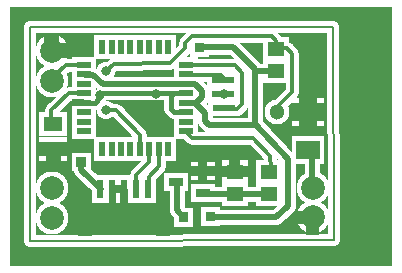
<source format=gbr>
%FSLAX34Y34*%
%MOMM*%
%LNCOPPER_TOP*%
G71*
G01*
%ADD10R, 1.399X2.349*%
%ADD11R, 2.070X1.359*%
%ADD12R, 1.359X2.070*%
%ADD13R, 2.700X1.400*%
%ADD14C, 1.100*%
%ADD15R, 2.400X2.100*%
%ADD16C, 2.799*%
%ADD17R, 2.000X1.600*%
%ADD18R, 2.200X2.100*%
%ADD19C, 2.100*%
%ADD20C, 1.300*%
%ADD21C, 1.000*%
%ADD22R, 2.800X2.400*%
%ADD23C, 1.600*%
%ADD24C, 1.200*%
%ADD25C, 0.599*%
%ADD26C, 1.199*%
%ADD27C, 1.075*%
%ADD28C, 0.559*%
%ADD29C, 0.600*%
%ADD30C, 1.218*%
%ADD31C, 1.073*%
%ADD32C, 0.800*%
%ADD33C, 0.979*%
%ADD34C, 1.259*%
%ADD35C, 1.520*%
%ADD36R, 0.599X1.549*%
%ADD37R, 1.199X1.801*%
%ADD38R, 1.270X0.559*%
%ADD39R, 0.559X1.270*%
%ADD40R, 1.900X0.600*%
%ADD41C, 0.300*%
%ADD42R, 1.600X1.300*%
%ADD43C, 1.999*%
%ADD44R, 1.200X0.800*%
%ADD45R, 1.400X1.300*%
%ADD46C, 1.300*%
%ADD47C, 0.500*%
%ADD48C, 0.800*%
%ADD49C, 0.200*%
%ADD50C, 0.400*%
%LPD*%
G36*
X-17456Y198214D02*
X306544Y198214D01*
X306544Y-21786D01*
X-17456Y-21786D01*
X-17456Y198214D01*
G37*
%LPC*%
X59457Y43854D02*
G54D10*
D03*
X69465Y43853D02*
G54D10*
D03*
X79448Y43853D02*
G54D10*
D03*
X89455Y43853D02*
G54D10*
D03*
X99463Y43853D02*
G54D10*
D03*
X131812Y92904D02*
G54D11*
D03*
X131812Y100905D02*
G54D11*
D03*
X131812Y108906D02*
G54D11*
D03*
X131812Y116907D02*
G54D11*
D03*
X131812Y124908D02*
G54D11*
D03*
X131812Y132909D02*
G54D11*
D03*
X131812Y140910D02*
G54D11*
D03*
X131812Y148911D02*
G54D11*
D03*
X45960Y148911D02*
G54D11*
D03*
X45960Y140910D02*
G54D11*
D03*
X45960Y132909D02*
G54D11*
D03*
X45960Y124908D02*
G54D11*
D03*
X45960Y116907D02*
G54D11*
D03*
X45960Y108906D02*
G54D11*
D03*
X45960Y100905D02*
G54D11*
D03*
X45960Y92904D02*
G54D11*
D03*
X60895Y77969D02*
G54D12*
D03*
X68896Y77969D02*
G54D12*
D03*
X77000Y77961D02*
G54D12*
D03*
X84898Y77969D02*
G54D12*
D03*
X92899Y77969D02*
G54D12*
D03*
X100900Y77969D02*
G54D12*
D03*
X108901Y77969D02*
G54D12*
D03*
X116902Y77969D02*
G54D12*
D03*
X116902Y163821D02*
G54D12*
D03*
X108901Y163821D02*
G54D12*
D03*
X100900Y163821D02*
G54D12*
D03*
X92899Y163821D02*
G54D12*
D03*
X84898Y163821D02*
G54D12*
D03*
X76897Y163821D02*
G54D12*
D03*
X68896Y163821D02*
G54D12*
D03*
X60895Y163821D02*
G54D12*
D03*
X163438Y136537D02*
G54D13*
D03*
X163438Y124631D02*
G54D13*
D03*
X163835Y112725D02*
G54D13*
D03*
G54D14*
X129828Y148911D02*
X173116Y148514D01*
X179262Y142367D01*
X179262Y115849D01*
X175344Y111931D01*
X163835Y111931D01*
X19718Y99130D02*
G54D15*
D03*
X19718Y77748D02*
G54D15*
D03*
X239226Y19777D02*
G54D16*
D03*
X239226Y44780D02*
G54D16*
D03*
X18564Y19380D02*
G54D16*
D03*
X18564Y44780D02*
G54D16*
D03*
G54D14*
X130182Y140667D02*
X161138Y140667D01*
X165503Y136302D01*
X146073Y59074D02*
G54D17*
D03*
X146073Y40074D02*
G54D17*
D03*
X123086Y49574D02*
G54D17*
D03*
X202413Y39464D02*
G54D18*
D03*
X202413Y58464D02*
G54D18*
D03*
X173044Y58464D02*
G54D18*
D03*
X173044Y39464D02*
G54D18*
D03*
G54D14*
X42472Y125189D02*
X32550Y125189D01*
X17866Y110505D01*
X17866Y99392D01*
G36*
X151279Y171687D02*
X151279Y155687D01*
X135279Y155687D01*
X135279Y171687D01*
X151279Y171687D01*
G37*
X18167Y161064D02*
G54D16*
D03*
X18167Y135664D02*
G54D16*
D03*
X209063Y108656D02*
G54D19*
D03*
X208247Y143323D02*
G54D18*
D03*
X208247Y162323D02*
G54D18*
D03*
G54D20*
X130975Y116855D02*
X139310Y116855D01*
X148041Y108123D01*
X148041Y100980D01*
X151216Y97805D01*
X190110Y97805D01*
G54D14*
X45647Y149002D02*
X30169Y149002D01*
X18660Y137492D01*
G36*
X160804Y28415D02*
X160804Y12415D01*
X144804Y12415D01*
X144804Y28415D01*
X160804Y28415D01*
G37*
G54D14*
X132960Y93836D02*
X132960Y91058D01*
X137325Y86692D01*
X188522Y86692D01*
X203206Y72008D01*
X203603Y61689D01*
X203206Y58911D01*
G54D20*
X146453Y39464D02*
X200428Y39464D01*
X201619Y38273D01*
G36*
X51134Y74722D02*
X51134Y58722D01*
X35134Y58722D01*
X35134Y74722D01*
X51134Y74722D01*
G37*
G54D14*
X100813Y77167D02*
X100813Y66848D01*
X89700Y55736D01*
X89700Y43830D01*
G54D14*
X109147Y77167D02*
X109147Y62880D01*
X100416Y54148D01*
X100416Y48989D01*
X99622Y48195D01*
G36*
X137785Y28018D02*
X137785Y12018D01*
X121785Y12018D01*
X121785Y28018D01*
X137785Y28018D01*
G37*
G54D20*
X124228Y48592D02*
X124228Y25970D01*
X130578Y19620D01*
G54D20*
X43266Y66452D02*
X43266Y59705D01*
X59538Y43433D01*
G54D20*
X190110Y98598D02*
X218685Y69626D01*
X218685Y29542D01*
X208366Y20017D01*
X153200Y20017D01*
X152803Y20414D01*
G54D21*
X0Y0D02*
X257175Y397D01*
X256778Y180975D01*
X-397Y180975D01*
X0Y0D01*
X235149Y76814D02*
G54D22*
D03*
X235149Y108783D02*
G54D22*
D03*
G54D20*
X238721Y80782D02*
X238721Y47270D01*
X241211Y44780D01*
G54D20*
X143279Y163687D02*
X171852Y163687D01*
X190110Y145033D01*
X190506Y98995D01*
X190110Y98598D01*
G54D20*
X190506Y143842D02*
X206782Y143842D01*
X208247Y145307D01*
G54D14*
X209063Y108656D02*
X209063Y113186D01*
X221463Y125586D01*
X221463Y158526D01*
X217097Y162892D01*
X208816Y162892D01*
X208247Y162323D01*
G54D14*
X208247Y161926D02*
X208247Y169361D01*
X204397Y173211D01*
X136928Y173211D01*
X130975Y167258D01*
X130975Y162892D01*
X118275Y150192D01*
X70650Y149795D01*
X63903Y143445D01*
X63903Y143842D02*
G54D23*
D03*
G54D24*
X132171Y124958D02*
X121608Y124958D01*
X118950Y122300D01*
X118950Y111172D01*
X121518Y108603D01*
X129828Y108906D01*
G54D24*
X134155Y124958D02*
X62032Y124958D01*
X54825Y116957D01*
X48303Y116957D01*
G54D14*
X92899Y77969D02*
X92899Y89843D01*
X72238Y110505D01*
X64697Y110505D01*
G54D20*
X131812Y116907D02*
X140379Y116907D01*
X145490Y122018D01*
X145490Y127113D01*
X139588Y133015D01*
X61237Y133015D01*
X53585Y140667D01*
X46203Y140667D01*
X45960Y140910D01*
X64300Y110505D02*
G54D23*
D03*
%LPD*%
G54D25*
G36*
X69465Y46850D02*
X76962Y46850D01*
X76962Y40856D01*
X69465Y40856D01*
X69465Y46850D01*
G37*
G36*
X72462Y43853D02*
X72462Y31606D01*
X66468Y31606D01*
X66468Y43853D01*
X72462Y43853D01*
G37*
G54D26*
G36*
X46452Y6845D02*
X39958Y6845D01*
X39958Y18834D01*
X46452Y18834D01*
X46452Y6845D01*
G37*
G36*
X40458Y12840D02*
X40458Y22344D01*
X52447Y22344D01*
X52447Y12840D01*
X40458Y12840D01*
G37*
G36*
X46452Y18834D02*
X52947Y18834D01*
X52947Y6845D01*
X46452Y6845D01*
X46452Y18834D01*
G37*
G54D27*
G36*
X112442Y7465D02*
X105948Y7465D01*
X105948Y18215D01*
X112442Y18215D01*
X112442Y7465D01*
G37*
G36*
X107067Y12840D02*
X107067Y22344D01*
X117817Y22344D01*
X117817Y12840D01*
X107067Y12840D01*
G37*
G36*
X112442Y18215D02*
X118937Y18215D01*
X118937Y7465D01*
X112442Y7465D01*
X112442Y18215D01*
G37*
G54D25*
G36*
X79448Y40856D02*
X71951Y40856D01*
X71951Y46850D01*
X79448Y46850D01*
X79448Y40856D01*
G37*
G36*
X82445Y43853D02*
X82445Y31606D01*
X76451Y31606D01*
X76451Y43853D01*
X82445Y43853D01*
G37*
G54D28*
G36*
X45960Y114113D02*
X35110Y114113D01*
X35110Y119701D01*
X45960Y119701D01*
X45960Y114113D01*
G37*
G54D29*
G54D30*
G36*
X19718Y83837D02*
X32218Y83837D01*
X32218Y71660D01*
X19718Y71660D01*
X19718Y83837D01*
G37*
G36*
X25807Y77748D02*
X25807Y66748D01*
X13630Y66748D01*
X13630Y77748D01*
X25807Y77748D01*
G37*
G36*
X19718Y71660D02*
X7218Y71660D01*
X7218Y83837D01*
X19718Y83837D01*
X19718Y71660D01*
G37*
G54D31*
G36*
X244590Y19777D02*
X244590Y5282D01*
X233862Y5282D01*
X233862Y19777D01*
X244590Y19777D01*
G37*
G36*
X239226Y14413D02*
X224731Y14413D01*
X224731Y25141D01*
X239226Y25141D01*
X239226Y14413D01*
G37*
G54D32*
G36*
X150073Y59074D02*
X150073Y50574D01*
X142073Y50574D01*
X142073Y59074D01*
X150073Y59074D01*
G37*
G36*
X146073Y55074D02*
X135573Y55074D01*
X135573Y63074D01*
X146073Y63074D01*
X146073Y55074D01*
G37*
G36*
X142073Y59074D02*
X142073Y67574D01*
X150073Y67574D01*
X150073Y59074D01*
X142073Y59074D01*
G37*
G36*
X146073Y63074D02*
X156573Y63074D01*
X156573Y55074D01*
X146073Y55074D01*
X146073Y63074D01*
G37*
G54D33*
G36*
X173044Y63360D02*
X184544Y63360D01*
X184544Y53568D01*
X173044Y53568D01*
X173044Y63360D01*
G37*
G36*
X173044Y53568D02*
X161544Y53568D01*
X161544Y63360D01*
X173044Y63360D01*
X173044Y53568D01*
G37*
G36*
X168148Y58464D02*
X168148Y69464D01*
X177941Y69464D01*
X177941Y58464D01*
X168148Y58464D01*
G37*
G54D34*
G36*
X11870Y161064D02*
X11870Y175559D01*
X24464Y175559D01*
X24464Y161064D01*
X11870Y161064D01*
G37*
G36*
X18167Y167361D02*
X32662Y167361D01*
X32662Y154767D01*
X18167Y154767D01*
X18167Y167361D01*
G37*
G54D35*
G36*
X235149Y101183D02*
X220649Y101183D01*
X220649Y116383D01*
X235149Y116383D01*
X235149Y101183D01*
G37*
G36*
X227549Y108783D02*
X227549Y121283D01*
X242749Y121283D01*
X242749Y108783D01*
X227549Y108783D01*
G37*
G36*
X235149Y116383D02*
X249649Y116383D01*
X249649Y101183D01*
X235149Y101183D01*
X235149Y116383D01*
G37*
G36*
X242749Y108783D02*
X242749Y96283D01*
X227549Y96283D01*
X227549Y108783D01*
X242749Y108783D01*
G37*
X59457Y43854D02*
G54D36*
D03*
X69465Y43853D02*
G54D36*
D03*
X46452Y12840D02*
G54D37*
D03*
X112442Y12840D02*
G54D37*
D03*
X79448Y43853D02*
G54D36*
D03*
X89455Y43853D02*
G54D36*
D03*
X99463Y43853D02*
G54D36*
D03*
X131812Y92904D02*
G54D38*
D03*
X131812Y100905D02*
G54D38*
D03*
X131812Y108906D02*
G54D38*
D03*
X131812Y116907D02*
G54D38*
D03*
X131812Y124908D02*
G54D38*
D03*
X131812Y132909D02*
G54D38*
D03*
X131812Y140910D02*
G54D38*
D03*
X131812Y148911D02*
G54D38*
D03*
X45960Y148911D02*
G54D38*
D03*
X45960Y140910D02*
G54D38*
D03*
X45960Y132909D02*
G54D38*
D03*
X45960Y124908D02*
G54D38*
D03*
X45960Y116907D02*
G54D38*
D03*
X45960Y108906D02*
G54D38*
D03*
X45960Y100905D02*
G54D38*
D03*
X45960Y92904D02*
G54D38*
D03*
X60895Y77969D02*
G54D39*
D03*
X68896Y77969D02*
G54D39*
D03*
X77000Y77961D02*
G54D39*
D03*
X84898Y77969D02*
G54D39*
D03*
X92899Y77969D02*
G54D39*
D03*
X100900Y77969D02*
G54D39*
D03*
X108901Y77969D02*
G54D39*
D03*
X116902Y77969D02*
G54D39*
D03*
X116902Y163821D02*
G54D39*
D03*
X108901Y163821D02*
G54D39*
D03*
X100900Y163821D02*
G54D39*
D03*
X92899Y163821D02*
G54D39*
D03*
X84898Y163821D02*
G54D39*
D03*
X76897Y163821D02*
G54D39*
D03*
X68896Y163821D02*
G54D39*
D03*
X60895Y163821D02*
G54D39*
D03*
X163438Y136537D02*
G54D40*
D03*
X163438Y124631D02*
G54D40*
D03*
X163835Y112725D02*
G54D40*
D03*
G54D41*
X129828Y148911D02*
X173116Y148514D01*
X179262Y142367D01*
X179262Y115849D01*
X175344Y111931D01*
X163835Y111931D01*
X19718Y99130D02*
G54D42*
D03*
X19718Y77748D02*
G54D42*
D03*
X239226Y19777D02*
G54D43*
D03*
X239226Y44780D02*
G54D43*
D03*
X18564Y19380D02*
G54D43*
D03*
X18564Y44780D02*
G54D43*
D03*
G54D41*
X130182Y140667D02*
X161138Y140667D01*
X165503Y136302D01*
X146073Y59074D02*
G54D44*
D03*
X146073Y40074D02*
G54D44*
D03*
X123086Y49574D02*
G54D44*
D03*
X202413Y39464D02*
G54D45*
D03*
X202413Y58464D02*
G54D45*
D03*
X173044Y58464D02*
G54D45*
D03*
X173044Y39464D02*
G54D45*
D03*
G54D41*
X42472Y125189D02*
X32550Y125189D01*
X17866Y110505D01*
X17866Y99392D01*
G36*
X147279Y167687D02*
X147279Y159687D01*
X139279Y159687D01*
X139279Y167687D01*
X147279Y167687D01*
G37*
X18167Y161064D02*
G54D43*
D03*
X18167Y135664D02*
G54D43*
D03*
X209063Y108656D02*
G54D46*
D03*
X208247Y143323D02*
G54D45*
D03*
X208247Y162323D02*
G54D45*
D03*
G54D47*
X130975Y116855D02*
X139310Y116855D01*
X148041Y108123D01*
X148041Y100980D01*
X151216Y97805D01*
X190110Y97805D01*
G54D41*
X45647Y149002D02*
X30169Y149002D01*
X18660Y137492D01*
G36*
X156804Y24415D02*
X156804Y16415D01*
X148804Y16415D01*
X148804Y24415D01*
X156804Y24415D01*
G37*
G54D41*
X132960Y93836D02*
X132960Y91058D01*
X137325Y86692D01*
X188522Y86692D01*
X203206Y72008D01*
X203603Y61689D01*
X203206Y58911D01*
G54D47*
X146453Y39464D02*
X200428Y39464D01*
X201619Y38273D01*
G36*
X47134Y70722D02*
X47134Y62722D01*
X39134Y62722D01*
X39134Y70722D01*
X47134Y70722D01*
G37*
G54D41*
X100813Y77167D02*
X100813Y66848D01*
X89700Y55736D01*
X89700Y43830D01*
G54D41*
X109147Y77167D02*
X109147Y62880D01*
X100416Y54148D01*
X100416Y48989D01*
X99622Y48195D01*
G36*
X133785Y24018D02*
X133785Y16018D01*
X125785Y16018D01*
X125785Y24018D01*
X133785Y24018D01*
G37*
G54D47*
X124228Y48592D02*
X124228Y25970D01*
X130578Y19620D01*
G54D47*
X43266Y66452D02*
X43266Y59705D01*
X59538Y43433D01*
X68983Y29762D02*
G54D48*
D03*
X173361Y63100D02*
G54D48*
D03*
X19771Y78181D02*
G54D48*
D03*
X163915Y124610D02*
G54D48*
D03*
G54D47*
X190110Y98598D02*
X218685Y69626D01*
X218685Y29542D01*
X208366Y20017D01*
X153200Y20017D01*
X152803Y20414D01*
G54D49*
X0Y0D02*
X257175Y397D01*
X256778Y180975D01*
X-397Y180975D01*
X0Y0D01*
X235149Y76814D02*
G54D17*
D03*
X235149Y108783D02*
G54D17*
D03*
G54D47*
X238721Y80782D02*
X238721Y47270D01*
X241211Y44780D01*
X238324Y108783D02*
G54D48*
D03*
G54D47*
X143279Y163687D02*
X171852Y163687D01*
X190110Y145033D01*
X190506Y98995D01*
X190110Y98598D01*
G54D47*
X190506Y143842D02*
X206782Y143842D01*
X208247Y145307D01*
G54D41*
X209063Y108656D02*
X209063Y113186D01*
X221463Y125586D01*
X221463Y158526D01*
X217097Y162892D01*
X208816Y162892D01*
X208247Y162323D01*
G54D41*
X208247Y161926D02*
X208247Y169361D01*
X204397Y173211D01*
X136928Y173211D01*
X130975Y167258D01*
X130975Y162892D01*
X118275Y150192D01*
X70650Y149795D01*
X63903Y143445D01*
X106289Y95644D02*
G54D48*
D03*
X63903Y143842D02*
G54D48*
D03*
G54D50*
X132171Y124958D02*
X121608Y124958D01*
X118950Y122300D01*
X118950Y111172D01*
X121518Y108603D01*
X129828Y108906D01*
G54D50*
X134155Y124958D02*
X62032Y124958D01*
X54825Y116957D01*
X48303Y116957D01*
G54D41*
X92899Y77969D02*
X92899Y89843D01*
X72238Y110505D01*
X64697Y110505D01*
G54D47*
X131812Y116907D02*
X140379Y116907D01*
X145490Y122018D01*
X145490Y127113D01*
X139588Y133015D01*
X61237Y133015D01*
X53585Y140667D01*
X46203Y140667D01*
X45960Y140910D01*
X64300Y110505D02*
G54D48*
D03*
X59458Y123822D02*
G54D48*
D03*
X106289Y124616D02*
G54D48*
D03*
X216621Y11903D02*
G54D48*
D03*
M02*

</source>
